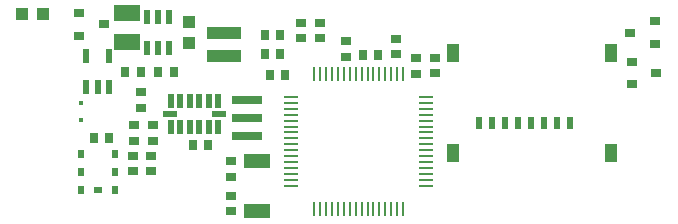
<source format=gtp>
G75*
G70*
%OFA0B0*%
%FSLAX24Y24*%
%IPPOS*%
%LPD*%
%AMOC8*
5,1,8,0,0,1.08239X$1,22.5*
%
%ADD10R,0.1181X0.0394*%
%ADD11R,0.0217X0.0472*%
%ADD12R,0.0425X0.0413*%
%ADD13R,0.0276X0.0354*%
%ADD14R,0.0354X0.0276*%
%ADD15R,0.0236X0.0413*%
%ADD16R,0.0413X0.0591*%
%ADD17R,0.0472X0.0110*%
%ADD18R,0.0110X0.0472*%
%ADD19R,0.0354X0.0315*%
%ADD20R,0.0866X0.0512*%
%ADD21R,0.1024X0.0315*%
%ADD22R,0.0197X0.0472*%
%ADD23R,0.0472X0.0197*%
%ADD24R,0.0157X0.0157*%
%ADD25R,0.0413X0.0425*%
%ADD26R,0.0866X0.0551*%
%ADD27R,0.0236X0.0276*%
%ADD28R,0.0276X0.0236*%
D10*
X007503Y006007D03*
X007503Y006794D03*
D11*
X005672Y006282D03*
X005298Y006282D03*
X004924Y006282D03*
X003664Y006007D03*
X002916Y006007D03*
X002916Y004983D03*
X003290Y004983D03*
X003664Y004983D03*
X004924Y007306D03*
X005298Y007306D03*
X005672Y007306D03*
D12*
X006322Y007139D03*
X006322Y006450D03*
D13*
X005830Y005495D03*
X005318Y005495D03*
X004727Y005495D03*
X004215Y005495D03*
X008861Y006086D03*
X009373Y006086D03*
X009373Y006715D03*
X008861Y006715D03*
X009019Y005377D03*
X009530Y005377D03*
X012129Y006046D03*
X012641Y006046D03*
X006971Y003054D03*
X006460Y003054D03*
X003680Y003267D03*
X003168Y003267D03*
D14*
X004511Y003192D03*
X005141Y003192D03*
X005141Y003704D03*
X004511Y003704D03*
X004747Y004294D03*
X004747Y004806D03*
X010062Y006617D03*
X010692Y006617D03*
X011558Y006499D03*
X011558Y005987D03*
X013251Y006066D03*
X013897Y005932D03*
X014550Y005948D03*
X014550Y005436D03*
X013897Y005420D03*
X013251Y006578D03*
X010692Y007129D03*
X010062Y007129D03*
X005062Y002680D03*
X004471Y002680D03*
X004471Y002168D03*
X005062Y002168D03*
X007739Y001991D03*
X007739Y002503D03*
X007739Y001361D03*
X007739Y000849D03*
D15*
X016015Y003790D03*
X016448Y003790D03*
X016881Y003790D03*
X017314Y003790D03*
X017747Y003790D03*
X018180Y003790D03*
X018613Y003790D03*
X019046Y003790D03*
D16*
X020416Y002794D03*
X015121Y002794D03*
X015121Y006101D03*
X020416Y006101D03*
D17*
X014235Y004649D03*
X014235Y004452D03*
X014235Y004255D03*
X014235Y004058D03*
X014235Y003861D03*
X014235Y003664D03*
X014235Y003467D03*
X014235Y003271D03*
X014235Y003074D03*
X014235Y002877D03*
X014235Y002680D03*
X014235Y002483D03*
X014235Y002286D03*
X014235Y002089D03*
X014235Y001893D03*
X014235Y001696D03*
X009747Y001696D03*
X009747Y001893D03*
X009747Y002089D03*
X009747Y002286D03*
X009747Y002483D03*
X009747Y002680D03*
X009747Y002877D03*
X009747Y003074D03*
X009747Y003271D03*
X009747Y003467D03*
X009747Y003664D03*
X009747Y003861D03*
X009747Y004058D03*
X009747Y004255D03*
X009747Y004452D03*
X009747Y004649D03*
D18*
X010515Y005416D03*
X010711Y005416D03*
X010908Y005416D03*
X011105Y005416D03*
X011302Y005416D03*
X011499Y005416D03*
X011696Y005416D03*
X011893Y005416D03*
X012089Y005416D03*
X012286Y005416D03*
X012483Y005416D03*
X012680Y005416D03*
X012877Y005416D03*
X013074Y005416D03*
X013271Y005416D03*
X013467Y005416D03*
X013467Y000928D03*
X013271Y000928D03*
X013074Y000928D03*
X012877Y000928D03*
X012680Y000928D03*
X012483Y000928D03*
X012286Y000928D03*
X012089Y000928D03*
X011893Y000928D03*
X011696Y000928D03*
X011499Y000928D03*
X011302Y000928D03*
X011105Y000928D03*
X010908Y000928D03*
X010711Y000928D03*
X010515Y000928D03*
D19*
X021086Y005082D03*
X021912Y005456D03*
X021086Y005830D03*
X021873Y006420D03*
X021046Y006794D03*
X021873Y007168D03*
X003487Y007070D03*
X002660Y006696D03*
X002660Y007444D03*
D20*
X008605Y002503D03*
X008605Y000849D03*
D21*
X008271Y003349D03*
X008271Y003940D03*
X008271Y004550D03*
D22*
X007306Y004511D03*
X006991Y004511D03*
X006676Y004511D03*
X006361Y004511D03*
X006046Y004511D03*
X005731Y004511D03*
X005731Y003645D03*
X006046Y003645D03*
X006361Y003645D03*
X006676Y003645D03*
X006991Y003645D03*
X007306Y003645D03*
D23*
X007345Y004078D03*
X005692Y004078D03*
D24*
X002739Y003881D03*
X002739Y004432D03*
D25*
X001469Y007424D03*
X000780Y007424D03*
D26*
X004274Y007434D03*
X004274Y006469D03*
D27*
X002719Y001558D03*
X003861Y001558D03*
X003861Y002149D03*
X002719Y002149D03*
X002719Y002739D03*
X003861Y002739D03*
D28*
X003290Y001538D03*
M02*

</source>
